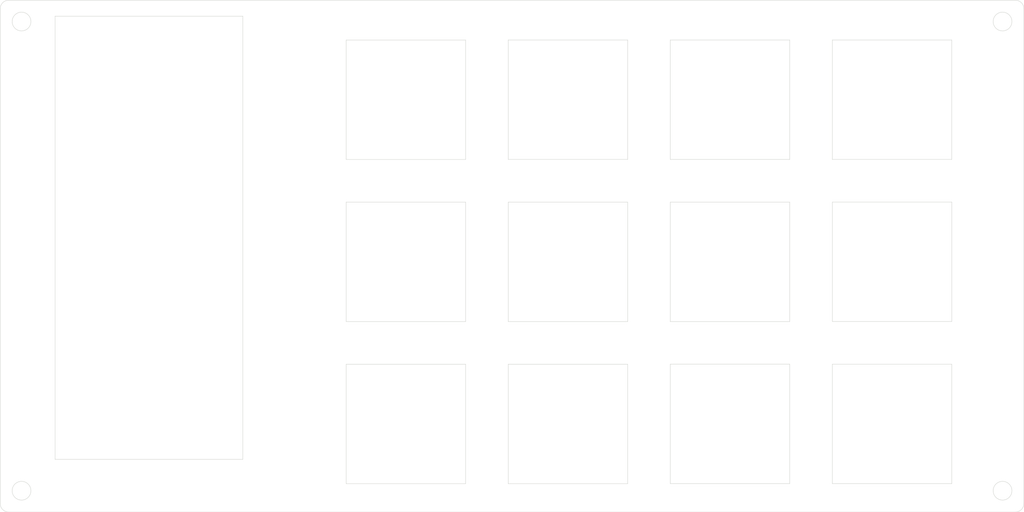
<source format=kicad_pcb>
(kicad_pcb (version 20221018) (generator pcbnew)

  (general
    (thickness 1.6)
  )

  (paper "A4")
  (layers
    (0 "F.Cu" signal)
    (31 "B.Cu" signal)
    (32 "B.Adhes" user "B.Adhesive")
    (33 "F.Adhes" user "F.Adhesive")
    (34 "B.Paste" user)
    (35 "F.Paste" user)
    (36 "B.SilkS" user "B.Silkscreen")
    (37 "F.SilkS" user "F.Silkscreen")
    (38 "B.Mask" user)
    (39 "F.Mask" user)
    (40 "Dwgs.User" user "User.Drawings")
    (41 "Cmts.User" user "User.Comments")
    (42 "Eco1.User" user "User.Eco1")
    (43 "Eco2.User" user "User.Eco2")
    (44 "Edge.Cuts" user)
    (45 "Margin" user)
    (46 "B.CrtYd" user "B.Courtyard")
    (47 "F.CrtYd" user "F.Courtyard")
    (48 "B.Fab" user)
    (49 "F.Fab" user)
    (50 "User.1" user)
    (51 "User.2" user)
    (52 "User.3" user)
    (53 "User.4" user)
    (54 "User.5" user)
    (55 "User.6" user)
    (56 "User.7" user)
    (57 "User.8" user)
    (58 "User.9" user)
  )

  (setup
    (stackup
      (layer "F.SilkS" (type "Top Silk Screen") (color "White"))
      (layer "F.Paste" (type "Top Solder Paste"))
      (layer "F.Mask" (type "Top Solder Mask") (color "Black") (thickness 0.01))
      (layer "F.Cu" (type "copper") (thickness 0.035))
      (layer "dielectric 1" (type "core") (color "FR4 natural") (thickness 1.51) (material "FR4") (epsilon_r 4.5) (loss_tangent 0.02))
      (layer "B.Cu" (type "copper") (thickness 0.035))
      (layer "B.Mask" (type "Bottom Solder Mask") (color "Black") (thickness 0.01))
      (layer "B.Paste" (type "Bottom Solder Paste"))
      (layer "B.SilkS" (type "Bottom Silk Screen") (color "White"))
      (copper_finish "None")
      (dielectric_constraints no)
    )
    (pad_to_mask_clearance 0)
    (pcbplotparams
      (layerselection 0x00010fc_ffffffff)
      (plot_on_all_layers_selection 0x0000000_00000000)
      (disableapertmacros false)
      (usegerberextensions false)
      (usegerberattributes true)
      (usegerberadvancedattributes true)
      (creategerberjobfile true)
      (dashed_line_dash_ratio 12.000000)
      (dashed_line_gap_ratio 3.000000)
      (svgprecision 4)
      (plotframeref false)
      (viasonmask false)
      (mode 1)
      (useauxorigin false)
      (hpglpennumber 1)
      (hpglpenspeed 20)
      (hpglpendiameter 15.000000)
      (dxfpolygonmode true)
      (dxfimperialunits true)
      (dxfusepcbnewfont true)
      (psnegative false)
      (psa4output false)
      (plotreference true)
      (plotvalue true)
      (plotinvisibletext false)
      (sketchpadsonfab false)
      (subtractmaskfromsilk false)
      (outputformat 1)
      (mirror false)
      (drillshape 0)
      (scaleselection 1)
      (outputdirectory "gerbers/")
    )
  )

  (net 0 "")

  (gr_circle (center 223.048 38.7) (end 224.148 38.7)
    (stroke (width 0.05) (type default)) (fill none) (layer "Edge.Cuts") (tstamp 00c98a0e-a5ba-45d2-a458-fd908c333f9c))
  (gr_line (start 179.1 59.869) (end 179.1 73.869)
    (stroke (width 0.05) (type default)) (layer "Edge.Cuts") (tstamp 0147d1e7-623f-4a68-bbb2-70b20d6922e6))
  (gr_line (start 146.103 40.869) (end 160.103 40.869)
    (stroke (width 0.05) (type default)) (layer "Edge.Cuts") (tstamp 0615fd9f-21f9-4358-9541-f9a4eb73489e))
  (gr_line (start 198.103 78.863) (end 198.103 92.863)
    (stroke (width 0.05) (type default)) (layer "Edge.Cuts") (tstamp 0af13fa5-6d91-4147-b4f3-d0cce52c7420))
  (gr_arc (start 224.548 36.2) (mid 225.255107 36.492893) (end 225.548 37.2)
    (stroke (width 0.05) (type default)) (layer "Edge.Cuts") (tstamp 0ff680d0-93b8-45e6-9749-fa3e1b12e905))
  (gr_line (start 217.103 73.863) (end 203.103 73.863)
    (stroke (width 0.05) (type default)) (layer "Edge.Cuts") (tstamp 1a072350-ef13-40b0-8863-e23965cddd64))
  (gr_line (start 184.098 73.869) (end 184.098 59.869)
    (stroke (width 0.05) (type default)) (layer "Edge.Cuts") (tstamp 25a3dfe7-8104-4fa3-84c3-f5b0dc825248))
  (gr_line (start 111.98 38.071) (end 111.98 90.027)
    (stroke (width 0.05) (type default)) (layer "Edge.Cuts") (tstamp 26528255-e18c-4f3c-98a9-be1f538fd48a))
  (gr_line (start 146.103 78.87) (end 160.103 78.87)
    (stroke (width 0.05) (type default)) (layer "Edge.Cuts") (tstamp 2a7e443c-fc99-48af-a880-57f581a044a0))
  (gr_line (start 165.1 73.869) (end 165.1 59.869)
    (stroke (width 0.05) (type default)) (layer "Edge.Cuts") (tstamp 2f67370d-c272-4cda-a27b-91fa556cf3f2))
  (gr_line (start 217.101 40.865) (end 217.101 54.865)
    (stroke (width 0.05) (type default)) (layer "Edge.Cuts") (tstamp 315d6ae5-2e30-432f-b569-84d10be7d2d4))
  (gr_line (start 146.103 54.869) (end 146.103 40.869)
    (stroke (width 0.05) (type default)) (layer "Edge.Cuts") (tstamp 31ce629b-cf10-4aa2-9f25-f6fd3bff521b))
  (gr_line (start 203.101 54.865) (end 203.101 40.865)
    (stroke (width 0.05) (type default)) (layer "Edge.Cuts") (tstamp 343b4000-06a8-419f-bc1f-f665faa69909))
  (gr_line (start 165.102 40.865) (end 179.102 40.865)
    (stroke (width 0.05) (type default)) (layer "Edge.Cuts") (tstamp 34c5bae8-d4ba-415e-b39a-0c167a2000da))
  (gr_line (start 160.103 54.869) (end 146.103 54.869)
    (stroke (width 0.05) (type default)) (layer "Edge.Cuts") (tstamp 42f559fa-3aa1-4baa-8980-58f1fecb0695))
  (gr_line (start 184.1 40.867) (end 198.1 40.867)
    (stroke (width 0.05) (type default)) (layer "Edge.Cuts") (tstamp 44967385-86af-4655-a43f-c4177be89320))
  (gr_line (start 111.98 38.071) (end 133.992 38.071)
    (stroke (width 0.05) (type default)) (layer "Edge.Cuts") (tstamp 4b2a1634-5cf4-4df5-9c69-f86c24dd3ad9))
  (gr_arc (start 105.548 37.2) (mid 105.840893 36.492893) (end 106.548 36.2)
    (stroke (width 0.05) (type default)) (layer "Edge.Cuts") (tstamp 50febb00-a465-41e4-a141-2c7803b4f908))
  (gr_line (start 184.103 78.863) (end 198.103 78.863)
    (stroke (width 0.05) (type default)) (layer "Edge.Cuts") (tstamp 52456ec5-6f74-4825-9011-233ad6ee7450))
  (gr_line (start 165.102 54.865) (end 165.102 40.865)
    (stroke (width 0.05) (type default)) (layer "Edge.Cuts") (tstamp 590158dc-66e6-449c-b7b1-942248bd45e6))
  (gr_line (start 179.101 92.87) (end 165.101 92.87)
    (stroke (width 0.05) (type default)) (layer "Edge.Cuts") (tstamp 5a2e70c1-b740-4f47-95f6-a44614211e30))
  (gr_line (start 203.101 40.865) (end 217.101 40.865)
    (stroke (width 0.05) (type default)) (layer "Edge.Cuts") (tstamp 5b248e04-a265-412c-ac67-6aeb144e89b1))
  (gr_line (start 203.1 92.865) (end 203.1 78.865)
    (stroke (width 0.05) (type default)) (layer "Edge.Cuts") (tstamp 5c351643-6df1-424d-a1c7-6c4e58479709))
  (gr_line (start 179.102 40.865) (end 179.102 54.865)
    (stroke (width 0.05) (type default)) (layer "Edge.Cuts") (tstamp 5c673bc5-7c2e-42b5-a691-fa6092ca0aea))
  (gr_line (start 146.102 59.869) (end 160.102 59.869)
    (stroke (width 0.05) (type default)) (layer "Edge.Cuts") (tstamp 5d5d88ec-f711-452f-bd46-d21042b72c69))
  (gr_line (start 198.1 54.867) (end 184.1 54.867)
    (stroke (width 0.05) (type default)) (layer "Edge.Cuts") (tstamp 617572ef-c58f-4283-8df9-9f65d5cae374))
  (gr_line (start 165.101 78.87) (end 179.101 78.87)
    (stroke (width 0.05) (type default)) (layer "Edge.Cuts") (tstamp 677f845f-f5b0-4ec0-a555-99c8f7fac219))
  (gr_line (start 217.1 92.865) (end 203.1 92.865)
    (stroke (width 0.05) (type default)) (layer "Edge.Cuts") (tstamp 7f5879c8-311c-4eb5-82f6-009cdb9a8dbd))
  (gr_line (start 165.101 92.87) (end 165.101 78.87)
    (stroke (width 0.05) (type default)) (layer "Edge.Cuts") (tstamp 8a2cd8b0-9595-404a-abc7-aef8087bbd19))
  (gr_line (start 160.102 59.869) (end 160.102 73.869)
    (stroke (width 0.05) (type default)) (layer "Edge.Cuts") (tstamp 8bb55848-2373-4a66-8be7-3c2f738da527))
  (gr_line (start 105.548 37.2) (end 105.548 95.2)
    (stroke (width 0.05) (type default)) (layer "Edge.Cuts") (tstamp 8bd8799f-f867-46db-bbf0-d4577fee008d))
  (gr_line (start 179.101 78.87) (end 179.101 92.87)
    (stroke (width 0.05) (type default)) (layer "Edge.Cuts") (tstamp 8e8f4045-332e-4919-9496-e392ffb31348))
  (gr_line (start 160.103 92.87) (end 146.103 92.87)
    (stroke (width 0.05) (type default)) (layer "Edge.Cuts") (tstamp 91ede42d-3c81-403a-baa2-4fd08dc2a061))
  (gr_circle (center 108.048 38.7) (end 109.148 38.7)
    (stroke (width 0.05) (type default)) (fill none) (layer "Edge.Cuts") (tstamp 93dfbba6-5e84-491b-9fb4-5714eea11624))
  (gr_line (start 160.103 40.869) (end 160.103 54.869)
    (stroke (width 0.05) (type default)) (layer "Edge.Cuts") (tstamp 9a5035b7-1d65-4e8d-b82a-ee35007d0930))
  (gr_line (start 111.98 90.027) (end 133.992 90.027)
    (stroke (width 0.05) (type default)) (layer "Edge.Cuts") (tstamp a1863924-4b82-4e7e-8a5e-4647e57fe4ee))
  (gr_line (start 184.098 59.869) (end 198.098 59.869)
    (stroke (width 0.05) (type default)) (layer "Edge.Cuts") (tstamp a397a11a-ad18-44c4-844a-93c633d6aa45))
  (gr_line (start 179.1 73.869) (end 165.1 73.869)
    (stroke (width 0.05) (type default)) (layer "Edge.Cuts") (tstamp a64e1519-673f-4bed-a5f3-7bed09b75dd1))
  (gr_line (start 184.1 54.867) (end 184.1 40.867)
    (stroke (width 0.05) (type default)) (layer "Edge.Cuts") (tstamp a6972669-df2b-42c2-bd92-612be44953b5))
  (gr_arc (start 225.548 95.2) (mid 225.255107 95.907107) (end 224.548 96.2)
    (stroke (width 0.05) (type default)) (layer "Edge.Cuts") (tstamp abcedf53-a40d-4912-9d38-693b08eff4bc))
  (gr_circle (center 108.048 93.7) (end 109.148 93.7)
    (stroke (width 0.05) (type default)) (fill none) (layer "Edge.Cuts") (tstamp b52d2d9c-14ef-4881-a165-c39e733f3a32))
  (gr_circle (center 223.048 93.7) (end 224.148 93.7)
    (stroke (width 0.05) (type default)) (fill none) (layer "Edge.Cuts") (tstamp baf6fcee-b54b-4629-bc6d-468ddcc4e90b))
  (gr_line (start 203.1 78.865) (end 217.1 78.865)
    (stroke (width 0.05) (type default)) (layer "Edge.Cuts") (tstamp c0939351-e5f6-4146-bfff-0b23bc712e62))
  (gr_line (start 198.103 92.863) (end 184.103 92.863)
    (stroke (width 0.05) (type default)) (layer "Edge.Cuts") (tstamp c6dc4043-7679-4a54-af06-8dbf9531751f))
  (gr_line (start 179.102 54.865) (end 165.102 54.865)
    (stroke (width 0.05) (type default)) (layer "Edge.Cuts") (tstamp c723e82b-4ec6-4b19-996f-e8024add2cae))
  (gr_line (start 106.548 96.2) (end 224.548 96.2)
    (stroke (width 0.05) (type default)) (layer "Edge.Cuts") (tstamp c8530585-84be-42a4-9d89-2e91415c334d))
  (gr_line (start 217.101 54.865) (end 203.101 54.865)
    (stroke (width 0.05) (type default)) (layer "Edge.Cuts") (tstamp cb73b024-1f48-4cb7-a7cd-1118fac3400f))
  (gr_line (start 146.103 92.87) (end 146.103 78.87)
    (stroke (width 0.05) (type default)) (layer "Edge.Cuts") (tstamp cb7efea9-a97c-4940-8eb6-357df6cefbbe))
  (gr_line (start 198.1 40.867) (end 198.1 54.867)
    (stroke (width 0.05) (type default)) (layer "Edge.Cuts") (tstamp cddf71b4-c6be-4503-8a1f-5521a32e52cd))
  (gr_line (start 198.098 59.869) (end 198.098 73.869)
    (stroke (width 0.05) (type default)) (layer "Edge.Cuts") (tstamp ce285b43-9e97-4805-8ed7-3ed820c432a0))
  (gr_line (start 160.103 78.87) (end 160.103 92.87)
    (stroke (width 0.05) (type default)) (layer "Edge.Cuts") (tstamp d389c911-4a84-4b28-ba0d-83803f02716f))
  (gr_line (start 217.103 59.863) (end 217.103 73.863)
    (stroke (width 0.05) (type default)) (layer "Edge.Cuts") (tstamp d4314079-81bf-418d-8fd6-dba429abdadf))
  (gr_line (start 203.103 73.863) (end 203.103 59.863)
    (stroke (width 0.05) (type default)) (layer "Edge.Cuts") (tstamp d96a08be-815e-4f54-bf10-38fb6d7875fc))
  (gr_line (start 203.103 59.863) (end 217.103 59.863)
    (stroke (width 0.05) (type default)) (layer "Edge.Cuts") (tstamp d97d4eb8-d4aa-49fe-a331-a2fbffc4bf95))
  (gr_arc (start 106.548 96.2) (mid 105.840893 95.907107) (end 105.548 95.2)
    (stroke (width 0.05) (type default)) (layer "Edge.Cuts") (tstamp e0fa5140-3a87-425d-a170-fa8418155e83))
  (gr_line (start 160.102 73.869) (end 146.102 73.869)
    (stroke (width 0.05) (type default)) (layer "Edge.Cuts") (tstamp e43d23a6-1641-4389-9144-cbe9dd7b2dd7))
  (gr_line (start 225.548 95.2) (end 225.548 37.2)
    (stroke (width 0.05) (type default)) (layer "Edge.Cuts") (tstamp e5990285-fbdc-4826-b857-5949160b9878))
  (gr_line (start 133.992 90.027) (end 133.992 38.071)
    (stroke (width 0.05) (type default)) (layer "Edge.Cuts") (tstamp ea56f44d-e55f-48c3-af53-9f892df20b9c))
  (gr_line (start 146.102 73.869) (end 146.102 59.869)
    (stroke (width 0.05) (type default)) (layer "Edge.Cuts") (tstamp f1a2b9b9-46c1-43c3-81b5-b14e3c971a1f))
  (gr_line (start 224.548 36.2) (end 106.548 36.2)
    (stroke (width 0.05) (type default)) (layer "Edge.Cuts") (tstamp f602b8ac-fa2b-4516-8a38-528c537ad361))
  (gr_line (start 184.103 92.863) (end 184.103 78.863)
    (stroke (width 0.05) (type default)) (layer "Edge.Cuts") (tstamp fa16e4bd-973b-482f-9744-eba3c7a7178c))
  (gr_line (start 198.098 73.869) (end 184.098 73.869)
    (stroke (width 0.05) (type default)) (layer "Edge.Cuts") (tstamp fe33fece-9a0d-48c6-8809-062baf11f901))
  (gr_line (start 217.1 78.865) (end 217.1 92.865)
    (stroke (width 0.05) (type default)) (layer "Edge.Cuts") (tstamp ff60fa2b-baee-4554-ad48-4722448b7c18))
  (gr_line (start 165.1 59.869) (end 179.1 59.869)
    (stroke (width 0.05) (type default)) (layer "Edge.Cuts") (tstamp ffafaab2-7a94-4a05-90ba-d1880077b070))

)

</source>
